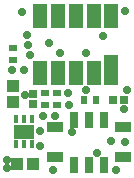
<source format=gts>
G04*
G04 #@! TF.GenerationSoftware,Altium Limited,Altium Designer,21.6.4 (81)*
G04*
G04 Layer_Color=8388736*
%FSLAX44Y44*%
%MOMM*%
G71*
G04*
G04 #@! TF.SameCoordinates,0B448374-6EB3-427F-B8DE-565289E3D6A4*
G04*
G04*
G04 #@! TF.FilePolarity,Negative*
G04*
G01*
G75*
%ADD27R,1.3500X0.9500*%
%ADD28R,0.7500X1.3500*%
%ADD29R,0.7000X0.7400*%
%ADD30R,0.7000X0.6000*%
%ADD31R,1.8000X1.2000*%
%ADD32R,0.4500X0.7000*%
%ADD33R,0.7400X0.7000*%
%ADD34R,1.0000X1.1000*%
%ADD35R,1.1000X1.0000*%
%ADD36R,1.2000X2.5000*%
%ADD37R,1.2000X2.0000*%
%ADD38R,0.6000X0.7000*%
%ADD39C,0.7000*%
G54D27*
X105758Y41700D02*
D03*
X48258D02*
D03*
Y16300D02*
D03*
X105758D02*
D03*
G54D28*
X89708Y47750D02*
D03*
X77008D02*
D03*
X64308D02*
D03*
Y10250D02*
D03*
X77008D02*
D03*
X89708D02*
D03*
G54D29*
X97608Y65000D02*
D03*
X106408D02*
D03*
G54D30*
X50008Y71000D02*
D03*
Y61000D02*
D03*
X40008D02*
D03*
Y71000D02*
D03*
X13008Y99000D02*
D03*
Y109000D02*
D03*
G54D31*
X22008Y38000D02*
D03*
G54D32*
X15508Y27500D02*
D03*
X22008D02*
D03*
X28508D02*
D03*
Y48500D02*
D03*
X22008D02*
D03*
X15508D02*
D03*
G54D33*
X30008Y70400D02*
D03*
Y61600D02*
D03*
G54D34*
X29758Y11000D02*
D03*
X16258D02*
D03*
G54D35*
X13008Y76750D02*
D03*
Y63250D02*
D03*
G54D36*
X96008Y90500D02*
D03*
G54D37*
X81008Y88000D02*
D03*
X66008D02*
D03*
X51008D02*
D03*
X36008D02*
D03*
Y136000D02*
D03*
X51008D02*
D03*
X66008D02*
D03*
X81008D02*
D03*
X96008D02*
D03*
G54D38*
X83008Y65000D02*
D03*
X73008D02*
D03*
G54D39*
X23008Y69000D02*
D03*
X83508Y20304D02*
D03*
X62704Y37500D02*
D03*
X35696Y38637D02*
D03*
X60008Y60824D02*
D03*
X38008Y51000D02*
D03*
X25882Y111824D02*
D03*
X36008Y25812D02*
D03*
X75008Y105000D02*
D03*
X108008Y140000D02*
D03*
X109008Y73000D02*
D03*
X108008Y29000D02*
D03*
X100008Y6000D02*
D03*
X47008D02*
D03*
X17008Y38000D02*
D03*
X27008D02*
D03*
X43008Y113000D02*
D03*
X12008Y90000D02*
D03*
X22008D02*
D03*
X25008Y120000D02*
D03*
X20008Y139334D02*
D03*
X53008Y105000D02*
D03*
X89008Y119000D02*
D03*
X95639Y30043D02*
D03*
X59008Y71000D02*
D03*
X27008Y103000D02*
D03*
X48008Y51000D02*
D03*
X107008Y57000D02*
D03*
X8008Y7000D02*
D03*
Y14000D02*
D03*
X75008Y73000D02*
D03*
M02*

</source>
